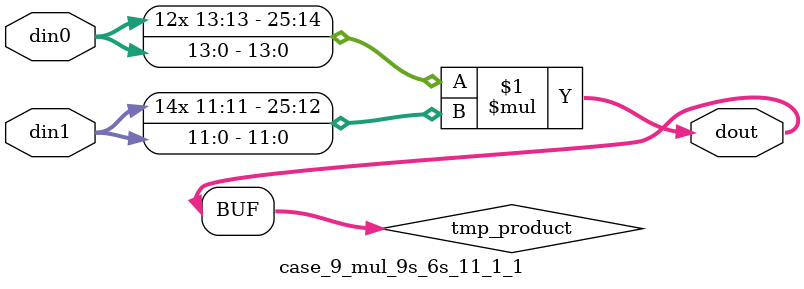
<source format=v>

`timescale 1 ns / 1 ps

 module case_9_mul_9s_6s_11_1_1(din0, din1, dout);
parameter ID = 1;
parameter NUM_STAGE = 0;
parameter din0_WIDTH = 14;
parameter din1_WIDTH = 12;
parameter dout_WIDTH = 26;

input [din0_WIDTH - 1 : 0] din0; 
input [din1_WIDTH - 1 : 0] din1; 
output [dout_WIDTH - 1 : 0] dout;

wire signed [dout_WIDTH - 1 : 0] tmp_product;



























assign tmp_product = $signed(din0) * $signed(din1);








assign dout = tmp_product;





















endmodule

</source>
